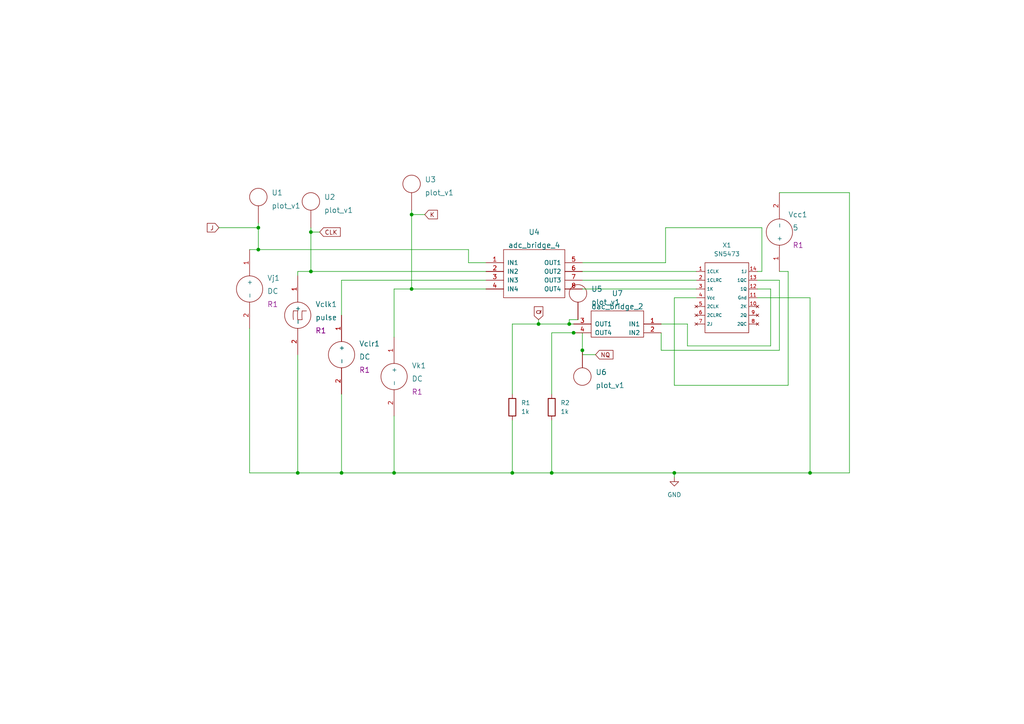
<source format=kicad_sch>
(kicad_sch (version 20211123) (generator eeschema)
  (paper "A4")
  (lib_symbols
    (symbol "DC_1" (pin_names (offset 1.016))
      (property "Reference" "Vcc1" (at 3.81 -3.81 0))
      (property "Value" "5" (at 5.08 0 0))
      (property "Footprint" "R1" (at 3.81 3.81 0))
      (symbol "DC_1_0_1"
        (circle (center 0 0) (radius 3.81))
      )
      (symbol "DC_1_1_1"
        (pin power_out line (at 0 11.43 270) (length 7.62) (name "+") (number "1"))
        (pin power_out line (at 0 -11.43 90) (length 7.62) (name "-") (number "2"))
      )
    )
    (symbol "DC_2" (pin_names (offset 1.016))
      (property "Reference" "Vclr1" (at 5.08 3.175 0))
      (property "Value" "DC_2" (at 5.08 -0.635 0))
      (property "Footprint" "R1" (at 5.08 -4.445 0))
      (symbol "DC_2_0_1"
        (circle (center 0 0) (radius 3.81))
      )
      (symbol "DC_2_1_1"
        (pin power_out line (at 0 11.43 270) (length 7.62) (name "+") (number "1"))
        (pin power_in line (at 0 -11.43 90) (length 7.62) (name "-") (number "2"))
      )
    )
    (symbol "DC_4" (pin_names (offset 1.016))
      (property "Reference" "Vj1" (at 5.08 3.175 0))
      (property "Value" "DC_4" (at 5.08 -0.635 0))
      (property "Footprint" "R1" (at 5.08 -4.445 0))
      (symbol "DC_4_0_1"
        (circle (center 0 0) (radius 3.81))
      )
      (symbol "DC_4_1_1"
        (pin power_out line (at 0 11.43 270) (length 7.62) (name "+") (number "1"))
        (pin power_in line (at 0 -11.43 90) (length 7.62) (name "-") (number "2"))
      )
    )
    (symbol "eSim_Devices:resistor" (pin_numbers hide) (pin_names (offset 0))
      (property "Reference" "R" (at 1.27 3.302 0))
      (property "Value" "resistor" (at 1.27 -1.27 0))
      (symbol "resistor_0_1"
        (rectangle (start 3.81 0.254) (end -1.27 2.286) (stroke (width 0.254)))
      )
      (symbol "resistor_1_1"
        (pin passive line (at -2.54 1.27 0) (length 1.27) (name "~") (number "1"))
        (pin passive line (at 5.08 1.27 180) (length 1.27) (name "~") (number "2"))
      )
    )
    (symbol "eSim_Hybrid:adc_bridge_4" (pin_names (offset 1.016))
      (property "Reference" "U" (at 0 0 0))
      (property "Value" "adc_bridge_4" (at 0 7.62 0))
      (symbol "adc_bridge_4_0_1"
        (rectangle (start -8.89 8.89) (end 8.89 -5.08))
      )
      (symbol "adc_bridge_4_1_1"
        (pin input line (at -13.97 5.08 0) (length 5.08) (name "IN1") (number "1"))
        (pin input line (at -13.97 2.54 0) (length 5.08) (name "IN2") (number "2"))
        (pin input line (at -13.97 0 0) (length 5.08) (name "IN3") (number "3"))
        (pin input line (at -13.97 -2.54 0) (length 5.08) (name "IN4") (number "4"))
        (pin output line (at 13.97 5.08 180) (length 5.08) (name "OUT1") (number "5"))
        (pin output line (at 13.97 2.54 180) (length 5.08) (name "OUT2") (number "6"))
        (pin output line (at 13.97 0 180) (length 5.08) (name "OUT3") (number "7"))
        (pin output line (at 13.97 -2.54 180) (length 5.08) (name "OUT4") (number "8"))
      )
    )
    (symbol "eSim_Hybrid:dac_bridge_2" (pin_names (offset 1.016))
      (property "Reference" "U" (at 0 0 0))
      (property "Value" "dac_bridge_2" (at 1.27 3.81 0))
      (symbol "dac_bridge_2_0_1"
        (rectangle (start -6.35 5.08) (end 8.89 -2.54))
      )
      (symbol "dac_bridge_2_1_1"
        (pin input line (at -11.43 1.27 0) (length 5.08) (name "IN1") (number "1"))
        (pin input line (at -11.43 -1.27 0) (length 5.08) (name "IN2") (number "2"))
        (pin output line (at 13.97 1.27 180) (length 5.08) (name "OUT1") (number "3"))
        (pin output line (at 13.97 -1.27 180) (length 5.08) (name "OUT4") (number "4"))
      )
    )
    (symbol "eSim_Plot:plot_v1" (pin_names (offset 1.016))
      (property "Reference" "U" (at 0 12.7 0))
      (property "Value" "plot_v1" (at 5.08 8.89 0))
      (symbol "plot_v1_0_1"
        (circle (center 0 12.7) (radius 2.54))
      )
      (symbol "plot_v1_1_1"
        (pin input line (at 0 5.08 90) (length 5.08) (name "~") (number "~"))
      )
    )
    (symbol "eSim_Power:eSim_GND" (power) (pin_names (offset 0))
      (property "Value" "eSim_GND" (at 0 -3.81 0))
      (symbol "eSim_GND_0_1"
        (polyline (pts (xy 0 0) (xy 0 -1.27) (xy 1.27 -1.27) (xy 0 -2.54) (xy -1.27 -1.27) (xy 0 -1.27)))
      )
      (symbol "eSim_GND_1_1"
        (pin power_in line (at 0 0 270) (length 0) hide (name "GND") (number "1"))
      )
    )
    (symbol "eSim_Sources:DC" (pin_names (offset 1.016))
      (property "Reference" "Vk1" (at 5.08 3.175 0))
      (property "Value" "DC" (at 5.08 -0.635 0))
      (property "Footprint" "R1" (at 5.08 -4.445 0))
      (symbol "DC_0_1"
        (circle (center 0 0) (radius 3.81))
      )
      (symbol "DC_1_1"
        (pin power_out line (at 0 11.43 270) (length 7.62) (name "+") (number "1"))
        (pin power_out line (at 0 -11.43 90) (length 7.62) (name "-") (number "2"))
      )
    )
    (symbol "eSim_Sources:pulse" (pin_names (offset 1.016))
      (property "Reference" "v" (at -5.08 2.54 0))
      (property "Value" "pulse" (at -5.08 -1.27 0))
      (property "Footprint" "R1" (at -7.62 0 0))
      (symbol "pulse_0_1"
        (arc (start -1.27 1.27) (mid -1.3491 0) (end -1.27 -1.27))
        (arc (start 0 -1.27) (mid 0.635 -1.2876) (end 1.27 -1.27))
        (circle (center 0 0) (radius 3.81))
        (arc (start 0 1.27) (mid -0.635 1.2859) (end -1.27 1.27))
        (arc (start 0 1.27) (mid -0.0703 0) (end 0 -1.27))
        (arc (start 1.27 1.27) (mid 1.2124 0) (end 1.27 -1.27))
        (arc (start 1.27 1.27) (mid 1.905 1.2556) (end 2.54 1.27))
      )
      (symbol "pulse_1_1"
        (pin passive line (at 0 11.43 270) (length 7.62) (name "+") (number "1"))
        (pin passive line (at 0 -11.43 90) (length 7.62) (name "-") (number "2"))
      )
    )
    (symbol "eSim_Subckt:SN5473"
      (property "Reference" "X?" (at 0 15.24 0))
      (property "Value" "SN5473" (at 0 12.7 0))
      (symbol "SN5473_0_1"
        (rectangle (start -6.35 10.16) (end 6.35 -10.16))
      )
      (symbol "SN5473_1_1"
        (pin input line (at -8.89 7.62 0) (length 2.54) (name "1CLK") (number "1"))
        (pin no_connect line (at 8.89 -2.54 180) (length 2.54) (name "2K") (number "10"))
        (pin power_in line (at 8.89 0 180) (length 2.54) (name "Gnd") (number "11"))
        (pin output line (at 8.89 2.54 180) (length 2.54) (name "1Q") (number "12"))
        (pin output line (at 8.89 5.08 180) (length 2.54) (name "1QC") (number "13"))
        (pin input line (at 8.89 7.62 180) (length 2.54) (name "1J") (number "14"))
        (pin input line (at -8.89 5.08 0) (length 2.54) (name "1CLRC") (number "2"))
        (pin input line (at -8.89 2.54 0) (length 2.54) (name "1K") (number "3"))
        (pin power_in line (at -8.89 0 0) (length 2.54) (name "Vcc") (number "4"))
        (pin no_connect line (at -8.89 -2.54 0) (length 2.54) (name "2CLK") (number "5"))
        (pin no_connect line (at -8.89 -5.08 0) (length 2.54) (name "2CLRC") (number "6"))
        (pin no_connect line (at -8.89 -7.62 0) (length 2.54) (name "2J") (number "7"))
        (pin no_connect line (at 8.89 -7.62 180) (length 2.54) (name "2QC") (number "8"))
        (pin no_connect line (at 8.89 -5.08 180) (length 2.54) (name "2Q") (number "9"))
      )
    )
  )
  (junction (at 90.17 78.74))
  (junction (at 234.95 137.16))
  (junction (at 74.93 66.04))
  (junction (at 168.91 101.6))
  (junction (at 119.38 62.23))
  (junction (at 90.17 67.31))
  (junction (at 195.58 137.16))
  (junction (at 165.1 93.98))
  (junction (at 86.36 137.16))
  (junction (at 160.02 137.16))
  (junction (at 74.93 72.39))
  (junction (at 166.37 96.52))
  (junction (at 119.38 83.82))
  (junction (at 156.21 93.98))
  (junction (at 99.06 137.16))
  (junction (at 114.3 137.16))
  (junction (at 148.59 137.16))
  (wire (pts (xy 166.37 96.52) (xy 168.91 96.52)))
  (wire (pts (xy 246.38 137.16) (xy 246.38 55.88)))
  (wire (pts (xy 168.91 78.74) (xy 201.93 78.74)))
  (wire (pts (xy 160.02 114.3) (xy 160.02 96.52)))
  (wire (pts (xy 226.06 81.28) (xy 219.71 81.28)))
  (wire (pts (xy 74.93 66.04) (xy 74.93 72.39)))
  (wire (pts (xy 191.77 93.98) (xy 199.39 93.98)))
  (wire (pts (xy 193.04 76.2) (xy 193.04 66.04)))
  (wire (pts (xy 86.36 78.74) (xy 90.17 78.74)))
  (wire (pts (xy 74.93 64.77) (xy 74.93 66.04)))
  (wire (pts (xy 199.39 100.33) (xy 223.52 100.33)))
  (wire (pts (xy 199.39 93.98) (xy 199.39 100.33)))
  (wire (pts (xy 165.1 93.98) (xy 166.37 93.98)))
  (wire (pts (xy 114.3 120.65) (xy 114.3 137.16)))
  (wire (pts (xy 86.36 137.16) (xy 99.06 137.16)))
  (wire (pts (xy 148.59 121.92) (xy 148.59 137.16)))
  (wire (pts (xy 114.3 137.16) (xy 148.59 137.16)))
  (wire (pts (xy 86.36 102.87) (xy 86.36 137.16)))
  (wire (pts (xy 99.06 114.3) (xy 99.06 137.16)))
  (wire (pts (xy 72.39 137.16) (xy 86.36 137.16)))
  (wire (pts (xy 195.58 137.16) (xy 234.95 137.16)))
  (wire (pts (xy 226.06 78.74) (xy 228.6 78.74)))
  (wire (pts (xy 74.93 72.39) (xy 135.89 72.39)))
  (wire (pts (xy 220.98 78.74) (xy 219.71 78.74)))
  (wire (pts (xy 148.59 114.3) (xy 148.59 93.98)))
  (wire (pts (xy 99.06 91.44) (xy 99.06 81.28)))
  (wire (pts (xy 223.52 100.33) (xy 223.52 83.82)))
  (wire (pts (xy 234.95 86.36) (xy 234.95 137.16)))
  (wire (pts (xy 114.3 83.82) (xy 119.38 83.82)))
  (wire (pts (xy 156.21 92.71) (xy 156.21 93.98)))
  (wire (pts (xy 90.17 67.31) (xy 92.71 67.31)))
  (wire (pts (xy 191.77 101.6) (xy 226.06 101.6)))
  (wire (pts (xy 72.39 95.25) (xy 72.39 137.16)))
  (wire (pts (xy 223.52 83.82) (xy 219.71 83.82)))
  (wire (pts (xy 168.91 83.82) (xy 201.93 83.82)))
  (wire (pts (xy 168.91 101.6) (xy 168.91 102.87)))
  (wire (pts (xy 168.91 96.52) (xy 168.91 101.6)))
  (wire (pts (xy 90.17 66.04) (xy 90.17 67.31)))
  (wire (pts (xy 119.38 62.23) (xy 123.19 62.23)))
  (wire (pts (xy 148.59 93.98) (xy 156.21 93.98)))
  (wire (pts (xy 160.02 121.92) (xy 160.02 137.16)))
  (wire (pts (xy 220.98 66.04) (xy 220.98 78.74)))
  (wire (pts (xy 156.21 93.98) (xy 165.1 93.98)))
  (wire (pts (xy 160.02 137.16) (xy 195.58 137.16)))
  (wire (pts (xy 167.64 92.71) (xy 165.1 92.71)))
  (wire (pts (xy 195.58 111.76) (xy 195.58 86.36)))
  (wire (pts (xy 228.6 111.76) (xy 195.58 111.76)))
  (wire (pts (xy 90.17 67.31) (xy 90.17 78.74)))
  (wire (pts (xy 246.38 55.88) (xy 226.06 55.88)))
  (wire (pts (xy 195.58 86.36) (xy 201.93 86.36)))
  (wire (pts (xy 99.06 137.16) (xy 114.3 137.16)))
  (wire (pts (xy 226.06 101.6) (xy 226.06 81.28)))
  (wire (pts (xy 114.3 97.79) (xy 114.3 83.82)))
  (wire (pts (xy 165.1 92.71) (xy 165.1 93.98)))
  (wire (pts (xy 90.17 78.74) (xy 140.97 78.74)))
  (wire (pts (xy 234.95 137.16) (xy 246.38 137.16)))
  (wire (pts (xy 99.06 81.28) (xy 140.97 81.28)))
  (wire (pts (xy 228.6 78.74) (xy 228.6 111.76)))
  (wire (pts (xy 119.38 62.23) (xy 119.38 83.82)))
  (wire (pts (xy 168.91 81.28) (xy 201.93 81.28)))
  (wire (pts (xy 86.36 78.74) (xy 86.36 80.01)))
  (wire (pts (xy 193.04 66.04) (xy 220.98 66.04)))
  (wire (pts (xy 148.59 137.16) (xy 160.02 137.16)))
  (wire (pts (xy 191.77 96.52) (xy 191.77 101.6)))
  (wire (pts (xy 72.39 72.39) (xy 74.93 72.39)))
  (wire (pts (xy 135.89 72.39) (xy 135.89 76.2)))
  (wire (pts (xy 119.38 60.96) (xy 119.38 62.23)))
  (wire (pts (xy 168.91 76.2) (xy 193.04 76.2)))
  (wire (pts (xy 63.5 66.04) (xy 74.93 66.04)))
  (wire (pts (xy 135.89 76.2) (xy 140.97 76.2)))
  (wire (pts (xy 195.58 137.16) (xy 195.58 138.43)))
  (wire (pts (xy 219.71 86.36) (xy 234.95 86.36)))
  (wire (pts (xy 160.02 96.52) (xy 166.37 96.52)))
  (wire (pts (xy 172.72 102.87) (xy 168.91 102.87)))
  (wire (pts (xy 119.38 83.82) (xy 140.97 83.82)))
  (global_label "J" (shape input) (at 63.5 66.04 180) (property "Intersheet References" "${INTERSHEET_REFS}" (effects hide)))
  (global_label "K" (shape input) (at 123.19 62.23 0) (property "Intersheet References" "${INTERSHEET_REFS}" (effects hide)))
  (global_label "CLK" (shape input) (at 92.71 67.31 0) (property "Intersheet References" "${INTERSHEET_REFS}" (effects hide)))
  (global_label "Q" (shape input) (at 156.21 92.71 90) (property "Intersheet References" "${INTERSHEET_REFS}" (effects hide)))
  (global_label "NQ" (shape input) (at 172.72 102.87 0) (property "Intersheet References" "${INTERSHEET_REFS}" (effects hide)))
  (symbol (lib_id "eSim_Sources:DC") (at 114.3 109.22 0) (unit 1)
    (property "Reference" "Vk1" (at 119.38 106.045 0) (effects (font (size 1.524 1.524)) (justify left)))
    (property "Value" "DC" (at 119.38 109.855 0) (effects (font (size 1.524 1.524)) (justify left)))
    (property "Footprint" "R1" (at 119.38 113.665 0) (effects (font (size 1.524 1.524)) (justify left)))
  )
  (symbol (lib_name "DC_2") (lib_id "eSim_Sources:DC") (at 99.06 102.87 0) (unit 1)
    (property "Reference" "Vclr1" (at 104.14 99.695 0) (effects (font (size 1.524 1.524)) (justify left)))
    (property "Value" "DC" (at 104.14 103.505 0) (effects (font (size 1.524 1.524)) (justify left)))
    (property "Footprint" "R1" (at 104.14 107.315 0) (effects (font (size 1.524 1.524)) (justify left)))
  )
  (symbol (lib_id "eSim_Power:eSim_GND") (at 195.58 138.43 0) (unit 1)
    (property "Reference" "#PWR01" (effects hide))
    (property "Value" "eSim_GND" (at 195.58 143.51 0))
  )
  (symbol (lib_id "eSim_Devices:resistor") (at 161.29 119.38 90) (unit 1)
    (property "Reference" "R2" (at 162.56 116.8399 90) (effects (justify right)))
    (property "Value" "1k" (at 162.56 119.3799 90) (effects (justify right)))
  )
  (symbol (lib_id "eSim_Hybrid:adc_bridge_4") (at 154.94 81.28 0) (unit 1)
    (property "Reference" "U4" (at 154.94 67.31 0) (effects (font (size 1.524 1.524))))
    (property "Value" "adc_bridge_4" (at 154.94 71.12 0) (effects (font (size 1.524 1.524))))
  )
  (symbol (lib_id "eSim_Plot:plot_v1") (at 168.91 96.52 180) (unit 1)
    (property "Reference" "U6" (at 172.72 107.95 0) (effects (font (size 1.524 1.524)) (justify right)))
    (property "Value" "plot_v1" (at 172.72 111.76 0) (effects (font (size 1.524 1.524)) (justify right)))
  )
  (symbol (lib_id "eSim_Plot:plot_v1") (at 119.38 66.04 0) (unit 1)
    (property "Reference" "U3" (at 123.19 52.07 0) (effects (font (size 1.524 1.524)) (justify left)))
    (property "Value" "plot_v1" (at 123.19 55.88 0) (effects (font (size 1.524 1.524)) (justify left)))
  )
  (symbol (lib_name "DC_4") (lib_id "eSim_Sources:DC") (at 72.39 83.82 0) (unit 1)
    (property "Reference" "Vj1" (at 77.47 80.645 0) (effects (font (size 1.524 1.524)) (justify left)))
    (property "Value" "DC" (at 77.47 84.455 0) (effects (font (size 1.524 1.524)) (justify left)))
    (property "Footprint" "R1" (at 77.47 88.265 0) (effects (font (size 1.524 1.524)) (justify left)))
  )
  (symbol (lib_id "eSim_Sources:pulse") (at 86.36 91.44 0) (unit 1)
    (property "Reference" "Vclk1" (at 91.44 88.265 0) (effects (font (size 1.524 1.524)) (justify left)))
    (property "Value" "pulse" (at 91.44 92.075 0) (effects (font (size 1.524 1.524)) (justify left)))
    (property "Footprint" "R1" (at 91.44 95.885 0) (effects (font (size 1.524 1.524)) (justify left)))
  )
  (symbol (lib_id "eSim_Subckt:SN5473") (at 210.82 86.36 0) (unit 1)
    (property "Reference" "X1" (at 210.82 71.12 0))
    (property "Value" "SN5473" (at 210.82 73.66 0))
  )
  (symbol (lib_id "eSim_Plot:plot_v1") (at 90.17 71.12 0) (unit 1)
    (property "Reference" "U2" (at 93.98 57.15 0) (effects (font (size 1.524 1.524)) (justify left)))
    (property "Value" "plot_v1" (at 93.98 60.96 0) (effects (font (size 1.524 1.524)) (justify left)))
  )
  (symbol (lib_name "DC_1") (lib_id "eSim_Sources:DC") (at 226.06 67.31 180) (unit 1)
    (property "Reference" "Vcc1" (at 228.6 62.23 0) (effects (font (size 1.524 1.524)) (justify right)))
    (property "Value" "5" (at 229.87 66.04 0) (effects (font (size 1.524 1.524)) (justify right)))
    (property "Footprint" "R1" (at 229.87 71.12 0) (effects (font (size 1.524 1.524)) (justify right)))
  )
  (symbol (lib_id "eSim_Plot:plot_v1") (at 74.93 69.85 0) (unit 1)
    (property "Reference" "U1" (at 78.74 55.88 0) (effects (font (size 1.524 1.524)) (justify left)))
    (property "Value" "plot_v1" (at 78.74 59.69 0) (effects (font (size 1.524 1.524)) (justify left)))
  )
  (symbol (lib_id "eSim_Plot:plot_v1") (at 167.64 97.79 0) (unit 1)
    (property "Reference" "U5" (at 171.45 83.82 0) (effects (font (size 1.524 1.524)) (justify left)))
    (property "Value" "plot_v1" (at 171.45 87.63 0) (effects (font (size 1.524 1.524)) (justify left)))
  )
  (symbol (lib_id "eSim_Hybrid:dac_bridge_2") (at 180.34 95.25 0) (mirror y) (unit 1)
    (property "Reference" "U7" (at 179.07 85.09 0) (effects (font (size 1.524 1.524))))
    (property "Value" "dac_bridge_2" (at 179.07 88.9 0) (effects (font (size 1.524 1.524))))
  )
  (symbol (lib_id "eSim_Devices:resistor") (at 149.86 119.38 90) (unit 1)
    (property "Reference" "R1" (at 151.13 116.8399 90) (effects (justify right)))
    (property "Value" "1k" (at 151.13 119.3799 90) (effects (justify right)))
  )
)
</source>
